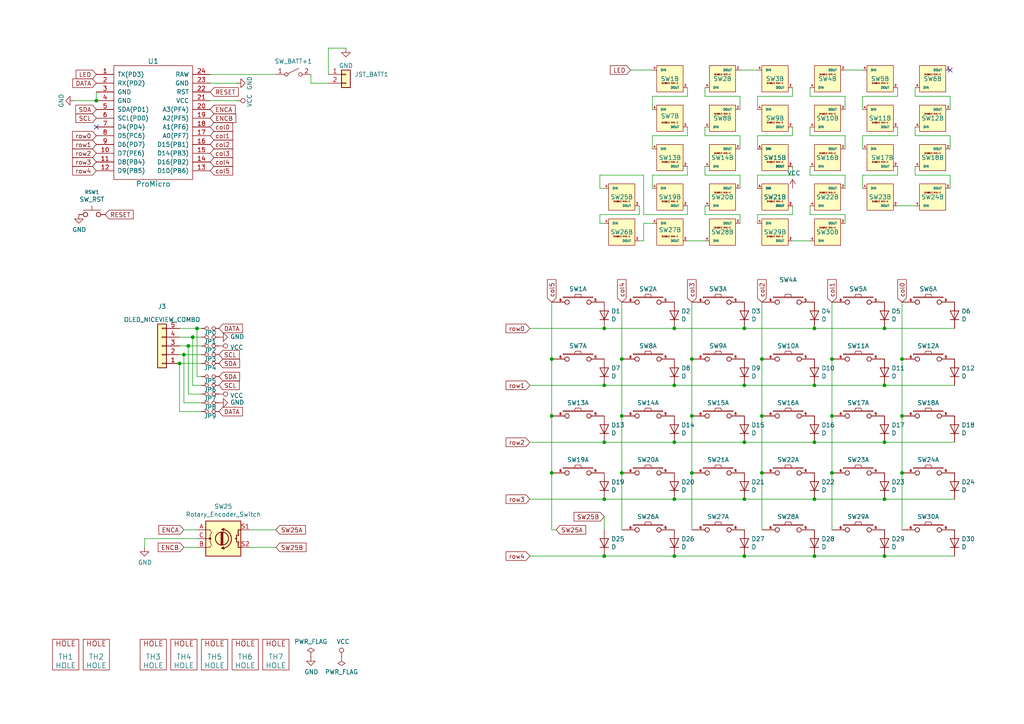
<source format=kicad_sch>
(kicad_sch (version 20211123) (generator eeschema)
  (paper "A4")
  (junction (at 195.58 144.78))
  (junction (at 175.26 111.76))
  (junction (at 175.26 161.29))
  (junction (at 215.9 144.78))
  (junction (at 200.66 137.16))
  (junction (at 195.58 161.29))
  (junction (at 180.34 104.14))
  (junction (at 241.3 104.14))
  (junction (at 236.22 128.27))
  (junction (at 256.54 128.27))
  (junction (at 54.61 100.33))
  (junction (at 256.54 111.76))
  (junction (at 180.34 137.16))
  (junction (at 180.34 120.65))
  (junction (at 27.94 29.21))
  (junction (at 57.15 95.25))
  (junction (at 195.58 111.76))
  (junction (at 175.26 128.27))
  (junction (at 195.58 128.27))
  (junction (at 52.07 105.41))
  (junction (at 195.58 95.25))
  (junction (at 160.02 104.14))
  (junction (at 236.22 111.76))
  (junction (at 215.9 128.27))
  (junction (at 261.62 120.65))
  (junction (at 256.54 161.29))
  (junction (at 160.02 120.65))
  (junction (at 261.62 137.16))
  (junction (at 215.9 161.29))
  (junction (at 53.34 102.87))
  (junction (at 220.98 137.16))
  (junction (at 55.88 97.79))
  (junction (at 241.3 137.16))
  (junction (at 236.22 95.25))
  (junction (at 261.62 104.14))
  (junction (at 215.9 111.76))
  (junction (at 200.66 120.65))
  (junction (at 256.54 95.25))
  (junction (at 236.22 161.29))
  (junction (at 175.26 144.78))
  (junction (at 256.54 144.78))
  (junction (at 220.98 120.65))
  (junction (at 160.02 137.16))
  (junction (at 220.98 104.14))
  (junction (at 236.22 144.78))
  (junction (at 175.26 95.25))
  (junction (at 241.3 120.65))
  (junction (at 200.66 104.14))
  (junction (at 215.9 95.25))
  (no_connect (at 27.94 36.83))
  (no_connect (at 275.59 20.32))
  (wire (pts (xy 54.61 114.3) (xy 58.42 114.3)))
  (wire (pts (xy 220.98 137.16) (xy 220.98 153.67)))
  (wire (pts (xy 265.43 27.94) (xy 265.43 25.4)))
  (wire (pts (xy 256.54 95.25) (xy 236.22 95.25)))
  (wire (pts (xy 185.42 59.69) (xy 185.42 62.23)))
  (wire (pts (xy 53.34 153.67) (xy 57.15 153.67)))
  (wire (pts (xy 229.87 69.85) (xy 234.95 69.85)))
  (wire (pts (xy 173.99 50.8) (xy 173.99 54.61)))
  (wire (pts (xy 234.95 50.8) (xy 234.95 48.26)))
  (wire (pts (xy 260.35 48.26) (xy 260.35 50.8)))
  (wire (pts (xy 180.34 120.65) (xy 180.34 137.16)))
  (wire (pts (xy 199.39 36.83) (xy 199.39 39.37)))
  (wire (pts (xy 175.26 111.76) (xy 153.67 111.76)))
  (wire (pts (xy 186.69 64.77) (xy 189.23 64.77)))
  (wire (pts (xy 219.71 27.94) (xy 219.71 31.75)))
  (wire (pts (xy 57.15 109.22) (xy 58.42 109.22)))
  (wire (pts (xy 214.63 31.75) (xy 214.63 27.94)))
  (wire (pts (xy 245.11 50.8) (xy 234.95 50.8)))
  (wire (pts (xy 256.54 128.27) (xy 276.86 128.27)))
  (wire (pts (xy 214.63 54.61) (xy 214.63 50.8)))
  (wire (pts (xy 214.63 20.32) (xy 219.71 20.32)))
  (wire (pts (xy 260.35 27.94) (xy 250.19 27.94)))
  (wire (pts (xy 245.11 54.61) (xy 245.11 50.8)))
  (wire (pts (xy 195.58 95.25) (xy 215.9 95.25)))
  (wire (pts (xy 275.59 31.75) (xy 275.59 27.94)))
  (wire (pts (xy 200.66 137.16) (xy 200.66 153.67)))
  (wire (pts (xy 57.15 95.25) (xy 57.15 109.22)))
  (wire (pts (xy 175.26 161.29) (xy 195.58 161.29)))
  (wire (pts (xy 186.69 62.23) (xy 186.69 50.8)))
  (wire (pts (xy 27.94 29.21) (xy 21.59 29.21)))
  (wire (pts (xy 90.17 24.13) (xy 95.25 24.13)))
  (wire (pts (xy 52.07 102.87) (xy 53.34 102.87)))
  (wire (pts (xy 229.87 39.37) (xy 219.71 39.37)))
  (wire (pts (xy 160.02 153.67) (xy 161.29 153.67)))
  (wire (pts (xy 160.02 87.63) (xy 160.02 104.14)))
  (wire (pts (xy 185.42 62.23) (xy 173.99 62.23)))
  (wire (pts (xy 55.88 97.79) (xy 55.88 111.76)))
  (wire (pts (xy 180.34 137.16) (xy 180.34 153.67)))
  (wire (pts (xy 275.59 43.18) (xy 275.59 39.37)))
  (wire (pts (xy 199.39 69.85) (xy 204.47 69.85)))
  (wire (pts (xy 72.39 158.75) (xy 80.01 158.75)))
  (wire (pts (xy 54.61 100.33) (xy 54.61 114.3)))
  (wire (pts (xy 214.63 50.8) (xy 204.47 50.8)))
  (wire (pts (xy 236.22 161.29) (xy 256.54 161.29)))
  (wire (pts (xy 236.22 128.27) (xy 256.54 128.27)))
  (wire (pts (xy 275.59 50.8) (xy 265.43 50.8)))
  (wire (pts (xy 173.99 64.77) (xy 175.26 64.77)))
  (wire (pts (xy 27.94 26.67) (xy 27.94 29.21)))
  (wire (pts (xy 199.39 62.23) (xy 186.69 62.23)))
  (wire (pts (xy 214.63 43.18) (xy 214.63 39.37)))
  (wire (pts (xy 215.9 95.25) (xy 236.22 95.25)))
  (wire (pts (xy 229.87 50.8) (xy 219.71 50.8)))
  (wire (pts (xy 234.95 39.37) (xy 234.95 36.83)))
  (wire (pts (xy 195.58 161.29) (xy 215.9 161.29)))
  (wire (pts (xy 260.35 39.37) (xy 250.19 39.37)))
  (wire (pts (xy 236.22 144.78) (xy 256.54 144.78)))
  (wire (pts (xy 250.19 39.37) (xy 250.19 43.18)))
  (wire (pts (xy 204.47 62.23) (xy 204.47 59.69)))
  (wire (pts (xy 245.11 20.32) (xy 250.19 20.32)))
  (wire (pts (xy 215.9 144.78) (xy 236.22 144.78)))
  (wire (pts (xy 160.02 120.65) (xy 160.02 137.16)))
  (wire (pts (xy 95.25 21.59) (xy 95.25 13.97)))
  (wire (pts (xy 219.71 50.8) (xy 219.71 54.61)))
  (wire (pts (xy 245.11 39.37) (xy 234.95 39.37)))
  (wire (pts (xy 220.98 87.63) (xy 220.98 104.14)))
  (wire (pts (xy 261.62 137.16) (xy 261.62 153.67)))
  (wire (pts (xy 215.9 111.76) (xy 236.22 111.76)))
  (wire (pts (xy 160.02 137.16) (xy 160.02 153.67)))
  (wire (pts (xy 52.07 97.79) (xy 55.88 97.79)))
  (wire (pts (xy 214.63 62.23) (xy 204.47 62.23)))
  (wire (pts (xy 185.42 69.85) (xy 186.69 69.85)))
  (wire (pts (xy 256.54 161.29) (xy 276.86 161.29)))
  (wire (pts (xy 52.07 119.38) (xy 58.42 119.38)))
  (wire (pts (xy 220.98 104.14) (xy 220.98 120.65)))
  (wire (pts (xy 236.22 111.76) (xy 256.54 111.76)))
  (wire (pts (xy 234.95 27.94) (xy 234.95 25.4)))
  (wire (pts (xy 261.62 120.65) (xy 261.62 137.16)))
  (wire (pts (xy 215.9 161.29) (xy 236.22 161.29)))
  (wire (pts (xy 275.59 27.94) (xy 265.43 27.94)))
  (wire (pts (xy 90.17 21.59) (xy 90.17 24.13)))
  (wire (pts (xy 256.54 111.76) (xy 276.86 111.76)))
  (wire (pts (xy 250.19 27.94) (xy 250.19 31.75)))
  (wire (pts (xy 199.39 25.4) (xy 199.39 27.94)))
  (wire (pts (xy 229.87 25.4) (xy 229.87 27.94)))
  (wire (pts (xy 60.96 24.13) (xy 68.58 24.13)))
  (wire (pts (xy 214.63 27.94) (xy 204.47 27.94)))
  (wire (pts (xy 215.9 128.27) (xy 236.22 128.27)))
  (wire (pts (xy 173.99 54.61) (xy 175.26 54.61)))
  (wire (pts (xy 220.98 120.65) (xy 220.98 137.16)))
  (wire (pts (xy 199.39 27.94) (xy 189.23 27.94)))
  (wire (pts (xy 175.26 128.27) (xy 153.67 128.27)))
  (wire (pts (xy 54.61 100.33) (xy 58.42 100.33)))
  (wire (pts (xy 245.11 43.18) (xy 245.11 39.37)))
  (wire (pts (xy 189.23 27.94) (xy 189.23 31.75)))
  (wire (pts (xy 245.11 62.23) (xy 234.95 62.23)))
  (wire (pts (xy 53.34 102.87) (xy 58.42 102.87)))
  (wire (pts (xy 72.39 153.67) (xy 80.01 153.67)))
  (wire (pts (xy 199.39 50.8) (xy 189.23 50.8)))
  (wire (pts (xy 52.07 105.41) (xy 58.42 105.41)))
  (wire (pts (xy 195.58 144.78) (xy 175.26 144.78)))
  (wire (pts (xy 195.58 111.76) (xy 215.9 111.76)))
  (wire (pts (xy 256.54 95.25) (xy 276.86 95.25)))
  (wire (pts (xy 275.59 39.37) (xy 265.43 39.37)))
  (wire (pts (xy 52.07 100.33) (xy 54.61 100.33)))
  (wire (pts (xy 204.47 50.8) (xy 204.47 48.26)))
  (wire (pts (xy 260.35 59.69) (xy 265.43 59.69)))
  (wire (pts (xy 250.19 50.8) (xy 250.19 54.61)))
  (wire (pts (xy 60.96 21.59) (xy 80.01 21.59)))
  (wire (pts (xy 214.63 64.77) (xy 214.63 62.23)))
  (wire (pts (xy 186.69 69.85) (xy 186.69 64.77)))
  (wire (pts (xy 260.35 25.4) (xy 260.35 27.94)))
  (wire (pts (xy 95.25 13.97) (xy 100.33 13.97)))
  (wire (pts (xy 219.71 62.23) (xy 219.71 64.77)))
  (wire (pts (xy 199.39 39.37) (xy 189.23 39.37)))
  (wire (pts (xy 186.69 50.8) (xy 173.99 50.8)))
  (wire (pts (xy 200.66 120.65) (xy 200.66 137.16)))
  (wire (pts (xy 52.07 95.25) (xy 57.15 95.25)))
  (wire (pts (xy 175.26 95.25) (xy 153.67 95.25)))
  (wire (pts (xy 175.26 149.86) (xy 175.26 153.67)))
  (wire (pts (xy 261.62 120.65) (xy 261.62 104.14)))
  (wire (pts (xy 189.23 39.37) (xy 189.23 43.18)))
  (wire (pts (xy 214.63 39.37) (xy 204.47 39.37)))
  (wire (pts (xy 175.26 144.78) (xy 153.67 144.78)))
  (wire (pts (xy 229.87 36.83) (xy 229.87 39.37)))
  (wire (pts (xy 195.58 128.27) (xy 175.26 128.27)))
  (wire (pts (xy 229.87 27.94) (xy 219.71 27.94)))
  (wire (pts (xy 182.88 20.32) (xy 189.23 20.32)))
  (wire (pts (xy 260.35 36.83) (xy 260.35 39.37)))
  (wire (pts (xy 180.34 87.63) (xy 180.34 104.14)))
  (wire (pts (xy 173.99 62.23) (xy 173.99 64.77)))
  (wire (pts (xy 195.58 111.76) (xy 175.26 111.76)))
  (wire (pts (xy 195.58 144.78) (xy 215.9 144.78)))
  (wire (pts (xy 60.96 29.21) (xy 68.58 29.21)))
  (wire (pts (xy 229.87 59.69) (xy 229.87 62.23)))
  (wire (pts (xy 53.34 102.87) (xy 53.34 116.84)))
  (wire (pts (xy 265.43 39.37) (xy 265.43 36.83)))
  (wire (pts (xy 256.54 144.78) (xy 276.86 144.78)))
  (wire (pts (xy 265.43 50.8) (xy 265.43 48.26)))
  (wire (pts (xy 261.62 104.14) (xy 261.62 87.63)))
  (wire (pts (xy 153.67 161.29) (xy 175.26 161.29)))
  (wire (pts (xy 195.58 95.25) (xy 175.26 95.25)))
  (wire (pts (xy 229.87 62.23) (xy 219.71 62.23)))
  (wire (pts (xy 57.15 156.21) (xy 41.91 156.21)))
  (wire (pts (xy 241.3 137.16) (xy 241.3 153.67)))
  (wire (pts (xy 241.3 87.63) (xy 241.3 104.14)))
  (wire (pts (xy 245.11 64.77) (xy 245.11 62.23)))
  (wire (pts (xy 55.88 97.79) (xy 58.42 97.79)))
  (wire (pts (xy 199.39 48.26) (xy 199.39 50.8)))
  (wire (pts (xy 275.59 54.61) (xy 275.59 50.8)))
  (wire (pts (xy 229.87 48.26) (xy 229.87 50.8)))
  (wire (pts (xy 53.34 158.75) (xy 57.15 158.75)))
  (wire (pts (xy 204.47 27.94) (xy 204.47 25.4)))
  (wire (pts (xy 160.02 104.14) (xy 160.02 120.65)))
  (wire (pts (xy 199.39 59.69) (xy 199.39 62.23)))
  (wire (pts (xy 180.34 104.14) (xy 180.34 120.65)))
  (wire (pts (xy 245.11 31.75) (xy 245.11 27.94)))
  (wire (pts (xy 53.34 116.84) (xy 58.42 116.84)))
  (wire (pts (xy 241.3 104.14) (xy 241.3 120.65)))
  (wire (pts (xy 219.71 39.37) (xy 219.71 43.18)))
  (wire (pts (xy 245.11 27.94) (xy 234.95 27.94)))
  (wire (pts (xy 41.91 156.21) (xy 41.91 158.75)))
  (wire (pts (xy 200.66 104.14) (xy 200.66 120.65)))
  (wire (pts (xy 241.3 137.16) (xy 241.3 120.65)))
  (wire (pts (xy 195.58 128.27) (xy 215.9 128.27)))
  (wire (pts (xy 234.95 62.23) (xy 234.95 59.69)))
  (wire (pts (xy 57.15 95.25) (xy 58.42 95.25)))
  (wire (pts (xy 55.88 111.76) (xy 58.42 111.76)))
  (wire (pts (xy 260.35 50.8) (xy 250.19 50.8)))
  (wire (pts (xy 52.07 105.41) (xy 52.07 119.38)))
  (wire (pts (xy 189.23 50.8) (xy 189.23 54.61)))
  (wire (pts (xy 200.66 87.63) (xy 200.66 104.14)))
  (wire (pts (xy 204.47 39.37) (xy 204.47 36.83)))
  (global_label "row1" (shape input) (at 27.94 41.91 180) (property "Intersheet References" "${INTERSHEET_REFS}" (effects hide)))
  (global_label "DATA" (shape input) (at 63.5 95.25 0) (property "Intersheet References" "${INTERSHEET_REFS}" (effects hide)))
  (global_label "SW25B" (shape input) (at 80.01 158.75 0) (property "Intersheet References" "${INTERSHEET_REFS}" (effects hide)))
  (global_label "row4" (shape input) (at 27.94 49.53 180) (property "Intersheet References" "${INTERSHEET_REFS}" (effects hide)))
  (global_label "col0" (shape input) (at 261.62 87.63 90) (property "Intersheet References" "${INTERSHEET_REFS}" (effects hide)))
  (global_label "col4" (shape input) (at 60.96 46.99 0) (property "Intersheet References" "${INTERSHEET_REFS}" (effects hide)))
  (global_label "row3" (shape input) (at 27.94 46.99 180) (property "Intersheet References" "${INTERSHEET_REFS}" (effects hide)))
  (global_label "col5" (shape input) (at 160.02 87.63 90) (property "Intersheet References" "${INTERSHEET_REFS}" (effects hide)))
  (global_label "SW25A" (shape input) (at 80.01 153.67 0) (property "Intersheet References" "${INTERSHEET_REFS}" (effects hide)))
  (global_label "RESET" (shape input) (at 30.48 62.23 0) (property "Intersheet References" "${INTERSHEET_REFS}" (effects hide)))
  (global_label "RESET" (shape input) (at 60.96 26.67 0) (property "Intersheet References" "${INTERSHEET_REFS}" (effects hide)))
  (global_label "SCL" (shape input) (at 27.94 34.29 180) (property "Intersheet References" "${INTERSHEET_REFS}" (effects hide)))
  (global_label "SCL" (shape input) (at 63.5 102.87 0) (property "Intersheet References" "${INTERSHEET_REFS}" (effects hide)))
  (global_label "row4" (shape input) (at 153.67 161.29 180) (property "Intersheet References" "${INTERSHEET_REFS}" (effects hide)))
  (global_label "SDA" (shape input) (at 27.94 31.75 180) (property "Intersheet References" "${INTERSHEET_REFS}" (effects hide)))
  (global_label "SDA" (shape input) (at 63.5 105.41 0) (property "Intersheet References" "${INTERSHEET_REFS}" (effects hide)))
  (global_label "SDA" (shape input) (at 63.5 109.22 0) (property "Intersheet References" "${INTERSHEET_REFS}" (effects hide)))
  (global_label "row2" (shape input) (at 153.67 128.27 180) (property "Intersheet References" "${INTERSHEET_REFS}" (effects hide)))
  (global_label "col1" (shape input) (at 241.3 87.63 90) (property "Intersheet References" "${INTERSHEET_REFS}" (effects hide)))
  (global_label "SW25A" (shape input) (at 161.29 153.67 0) (property "Intersheet References" "${INTERSHEET_REFS}" (effects hide)))
  (global_label "DATA" (shape input) (at 63.5 119.38 0) (property "Intersheet References" "${INTERSHEET_REFS}" (effects hide)))
  (global_label "col1" (shape input) (at 60.96 39.37 0) (property "Intersheet References" "${INTERSHEET_REFS}" (effects hide)))
  (global_label "col2" (shape input) (at 220.98 87.63 90) (property "Intersheet References" "${INTERSHEET_REFS}" (effects hide)))
  (global_label "col3" (shape input) (at 200.66 87.63 90) (property "Intersheet References" "${INTERSHEET_REFS}" (effects hide)))
  (global_label "ENCA" (shape input) (at 60.96 31.75 0) (property "Intersheet References" "${INTERSHEET_REFS}" (effects hide)))
  (global_label "col4" (shape input) (at 180.34 87.63 90) (property "Intersheet References" "${INTERSHEET_REFS}" (effects hide)))
  (global_label "col5" (shape input) (at 60.96 49.53 0) (property "Intersheet References" "${INTERSHEET_REFS}" (effects hide)))
  (global_label "col0" (shape input) (at 60.96 36.83 0) (property "Intersheet References" "${INTERSHEET_REFS}" (effects hide)))
  (global_label "LED" (shape input) (at 182.88 20.32 180) (property "Intersheet References" "${INTERSHEET_REFS}" (effects hide)))
  (global_label "DATA" (shape input) (at 27.94 24.13 180) (property "Intersheet References" "${INTERSHEET_REFS}" (effects hide)))
  (global_label "SCL" (shape input) (at 63.5 111.76 0) (property "Intersheet References" "${INTERSHEET_REFS}" (effects hide)))
  (global_label "row1" (shape input) (at 153.67 111.76 180) (property "Intersheet References" "${INTERSHEET_REFS}" (effects hide)))
  (global_label "ENCA" (shape input) (at 53.34 153.67 180) (property "Intersheet References" "${INTERSHEET_REFS}" (effects hide)))
  (global_label "ENCB" (shape input) (at 53.34 158.75 180) (property "Intersheet References" "${INTERSHEET_REFS}" (effects hide)))
  (global_label "col3" (shape input) (at 60.96 44.45 0) (property "Intersheet References" "${INTERSHEET_REFS}" (effects hide)))
  (global_label "row2" (shape input) (at 27.94 44.45 180) (property "Intersheet References" "${INTERSHEET_REFS}" (effects hide)))
  (global_label "row3" (shape input) (at 153.67 144.78 180) (property "Intersheet References" "${INTERSHEET_REFS}" (effects hide)))
  (global_label "row0" (shape input) (at 27.94 39.37 180) (property "Intersheet References" "${INTERSHEET_REFS}" (effects hide)))
  (global_label "col2" (shape input) (at 60.96 41.91 0) (property "Intersheet References" "${INTERSHEET_REFS}" (effects hide)))
  (global_label "ENCB" (shape input) (at 60.96 34.29 0) (property "Intersheet References" "${INTERSHEET_REFS}" (effects hide)))
  (global_label "row0" (shape input) (at 153.67 95.25 180) (property "Intersheet References" "${INTERSHEET_REFS}" (effects hide)))
  (global_label "LED" (shape input) (at 27.94 21.59 180) (property "Intersheet References" "${INTERSHEET_REFS}" (effects hide)))
  (global_label "SW25B" (shape input) (at 175.26 149.86 180) (property "Intersheet References" "${INTERSHEET_REFS}" (effects hide)))
  (symbol (lib_id "SofleKeyboard-rescue:ProMicro_2-Lily58-cache-Lily58_Pro-rescue") (at 44.45 35.56 0) (unit 1)
    (property "Reference" "U1" (at 44.45 17.78 0) (effects (font (size 1.524 1.524))))
    (property "Value" "ProMicro" (at 44.45 53.34 0) (effects (font (size 1.524 1.524))))
    (property "Footprint" "SofleKeyboard-footprint:ProMicro" (effects hide))
  )
  (symbol (lib_id "SofleKeyboard:SW_PUSH_LED") (at 187.96 153.67 0) (unit 1)
    (property "Reference" "SW26" (at 187.96 149.86 0))
    (property "Value" "SW_PUSH_LED" (effects hide))
    (property "Footprint" "SofleChoc:Choc_Hotswap_SK6812MiniE" (effects hide))
  )
  (symbol (lib_id "SofleKeyboard:SW_PUSH_LED") (at 167.64 87.63 0) (unit 1)
    (property "Reference" "SW1" (at 167.64 83.82 0))
    (property "Value" "SW_PUSH_LED" (effects hide))
    (property "Footprint" "SofleChoc:Choc_Hotswap_SK6812MiniE" (effects hide))
  )
  (symbol (lib_id "SofleKeyboard-rescue:D-Lily58-cache-Lily58_Pro-rescue") (at 175.26 91.44 90) (unit 1)
    (property "Reference" "D1" (at 177.2666 90.2716 90) (effects (justify right)))
    (property "Value" "D" (at 177.2666 92.583 90) (effects (justify right)))
    (property "Footprint" "Diode_SMD:crkbd-diode" (effects hide))
  )
  (symbol (lib_id "SofleKeyboard:SW_PUSH_LED") (at 187.96 87.63 0) (unit 1)
    (property "Reference" "SW2" (at 187.96 83.82 0))
    (property "Value" "SW_PUSH_LED" (effects hide))
    (property "Footprint" "SofleChoc:Choc_Hotswap_SK6812MiniE" (effects hide))
  )
  (symbol (lib_id "SofleKeyboard-rescue:D-Lily58-cache-Lily58_Pro-rescue") (at 195.58 91.44 90) (unit 1)
    (property "Reference" "D2" (at 197.5866 90.2716 90) (effects (justify right)))
    (property "Value" "D" (at 197.5866 92.583 90) (effects (justify right)))
    (property "Footprint" "Diode_SMD:crkbd-diode" (effects hide))
  )
  (symbol (lib_id "SofleKeyboard:SW_PUSH_LED") (at 208.28 87.63 0) (unit 1)
    (property "Reference" "SW3" (at 208.28 83.82 0))
    (property "Value" "SW_PUSH_LED" (effects hide))
    (property "Footprint" "SofleChoc:Choc_Hotswap_SK6812MiniE" (effects hide))
  )
  (symbol (lib_id "SofleKeyboard-rescue:D-Lily58-cache-Lily58_Pro-rescue") (at 215.9 91.44 90) (unit 1)
    (property "Reference" "D3" (at 217.9066 90.2716 90) (effects (justify right)))
    (property "Value" "D" (at 217.9066 92.583 90) (effects (justify right)))
    (property "Footprint" "Diode_SMD:crkbd-diode" (effects hide))
  )
  (symbol (lib_id "SofleKeyboard:SW_PUSH_LED") (at 228.6 87.63 0) (unit 1)
    (property "Reference" "SW4" (at 228.6 81.153 0))
    (property "Value" "SW_PUSH_LED" (effects hide))
    (property "Footprint" "SofleChoc:Choc_Hotswap_SK6812MiniE" (effects hide))
  )
  (symbol (lib_id "SofleKeyboard-rescue:D-Lily58-cache-Lily58_Pro-rescue") (at 236.22 91.44 90) (unit 1)
    (property "Reference" "D4" (at 238.2266 90.2716 90) (effects (justify right)))
    (property "Value" "D" (at 238.2266 92.583 90) (effects (justify right)))
    (property "Footprint" "Diode_SMD:crkbd-diode" (effects hide))
  )
  (symbol (lib_id "SofleKeyboard:SW_PUSH_LED") (at 248.92 87.63 0) (unit 1)
    (property "Reference" "SW5" (at 248.92 83.82 0))
    (property "Value" "SW_PUSH_LED" (effects hide))
    (property "Footprint" "SofleChoc:Choc_Hotswap_SK6812MiniE" (effects hide))
  )
  (symbol (lib_id "SofleKeyboard-rescue:D-Lily58-cache-Lily58_Pro-rescue") (at 256.54 91.44 90) (unit 1)
    (property "Reference" "D5" (at 258.5466 90.2716 90) (effects (justify right)))
    (property "Value" "D" (at 258.5466 92.583 90) (effects (justify right)))
    (property "Footprint" "Diode_SMD:crkbd-diode" (effects hide))
  )
  (symbol (lib_id "SofleKeyboard:SW_PUSH_LED") (at 269.24 87.63 0) (unit 1)
    (property "Reference" "SW6" (at 269.24 83.82 0))
    (property "Value" "SW_PUSH_LED" (effects hide))
    (property "Footprint" "SofleChoc:Choc_Hotswap_SK6812MiniE" (effects hide))
  )
  (symbol (lib_id "SofleKeyboard-rescue:D-Lily58-cache-Lily58_Pro-rescue") (at 276.86 91.44 90) (unit 1)
    (property "Reference" "D6" (at 278.8666 90.2716 90) (effects (justify right)))
    (property "Value" "D" (at 278.8666 92.583 90) (effects (justify right)))
    (property "Footprint" "Diode_SMD:crkbd-diode" (effects hide))
  )
  (symbol (lib_id "SofleKeyboard:SW_PUSH_LED") (at 187.96 104.14 0) (unit 1)
    (property "Reference" "SW8" (at 187.96 100.33 0))
    (property "Value" "SW_PUSH_LED" (effects hide))
    (property "Footprint" "SofleChoc:Choc_Hotswap_SK6812MiniE" (effects hide))
  )
  (symbol (lib_id "SofleKeyboard:SW_PUSH_LED") (at 208.28 104.14 0) (unit 1)
    (property "Reference" "SW9" (at 208.28 100.33 0))
    (property "Value" "SW_PUSH_LED" (effects hide))
    (property "Footprint" "SofleChoc:Choc_Hotswap_SK6812MiniE" (effects hide))
  )
  (symbol (lib_id "SofleKeyboard:SW_PUSH_LED") (at 228.6 104.14 0) (unit 1)
    (property "Reference" "SW10" (at 228.6 100.33 0))
    (property "Value" "SW_PUSH_LED" (effects hide))
    (property "Footprint" "SofleChoc:Choc_Hotswap_SK6812MiniE" (effects hide))
  )
  (symbol (lib_id "SofleKeyboard:SW_PUSH_LED") (at 248.92 104.14 0) (unit 1)
    (property "Reference" "SW11" (at 248.92 100.33 0))
    (property "Value" "SW_PUSH_LED" (effects hide))
    (property "Footprint" "SofleChoc:Choc_Hotswap_SK6812MiniE" (effects hide))
  )
  (symbol (lib_id "SofleKeyboard:SW_PUSH_LED") (at 269.24 104.14 0) (unit 1)
    (property "Reference" "SW12" (at 269.24 100.33 0))
    (property "Value" "SW_PUSH_LED" (effects hide))
    (property "Footprint" "SofleChoc:Choc_Hotswap_SK6812MiniE" (effects hide))
  )
  (symbol (lib_id "SofleKeyboard:SW_PUSH_LED") (at 167.64 104.14 0) (unit 1)
    (property "Reference" "SW7" (at 167.64 100.33 0))
    (property "Value" "SW_PUSH_LED" (effects hide))
    (property "Footprint" "SofleChoc:Choc_Hotswap_SK6812MiniE" (effects hide))
  )
  (symbol (lib_id "SofleKeyboard-rescue:D-Lily58-cache-Lily58_Pro-rescue") (at 175.26 107.95 90) (unit 1)
    (property "Reference" "D7" (at 177.2666 106.7816 90) (effects (justify right)))
    (property "Value" "D" (at 177.2666 109.093 90) (effects (justify right)))
    (property "Footprint" "Diode_SMD:crkbd-diode" (effects hide))
  )
  (symbol (lib_id "SofleKeyboard-rescue:D-Lily58-cache-Lily58_Pro-rescue") (at 195.58 107.95 90) (unit 1)
    (property "Reference" "D8" (at 197.5866 106.7816 90) (effects (justify right)))
    (property "Value" "D" (at 197.5866 109.093 90) (effects (justify right)))
    (property "Footprint" "Diode_SMD:crkbd-diode" (effects hide))
  )
  (symbol (lib_id "SofleKeyboard-rescue:D-Lily58-cache-Lily58_Pro-rescue") (at 215.9 107.95 90) (unit 1)
    (property "Reference" "D9" (at 217.9066 106.7816 90) (effects (justify right)))
    (property "Value" "D" (at 217.9066 109.093 90) (effects (justify right)))
    (property "Footprint" "Diode_SMD:crkbd-diode" (effects hide))
  )
  (symbol (lib_id "SofleKeyboard-rescue:D-Lily58-cache-Lily58_Pro-rescue") (at 236.22 107.95 90) (unit 1)
    (property "Reference" "D10" (at 238.2266 106.7816 90) (effects (justify right)))
    (property "Value" "D" (at 238.2266 109.093 90) (effects (justify right)))
    (property "Footprint" "Diode_SMD:crkbd-diode" (effects hide))
  )
  (symbol (lib_id "SofleKeyboard-rescue:D-Lily58-cache-Lily58_Pro-rescue") (at 256.54 107.95 90) (unit 1)
    (property "Reference" "D11" (at 258.5466 106.7816 90) (effects (justify right)))
    (property "Value" "D" (at 258.5466 109.093 90) (effects (justify right)))
    (property "Footprint" "Diode_SMD:crkbd-diode" (effects hide))
  )
  (symbol (lib_id "SofleKeyboard-rescue:D-Lily58-cache-Lily58_Pro-rescue") (at 276.86 107.95 90) (unit 1)
    (property "Reference" "D12" (at 278.8666 106.7816 90) (effects (justify right)))
    (property "Value" "D" (at 278.8666 109.093 90) (effects (justify right)))
    (property "Footprint" "Diode_SMD:crkbd-diode" (effects hide))
  )
  (symbol (lib_id "SofleKeyboard:SW_PUSH_LED") (at 167.64 120.65 0) (unit 1)
    (property "Reference" "SW13" (at 167.64 116.84 0))
    (property "Value" "SW_PUSH_LED" (effects hide))
    (property "Footprint" "SofleChoc:Choc_Hotswap_SK6812MiniE" (effects hide))
  )
  (symbol (lib_id "SofleKeyboard:SW_PUSH_LED") (at 187.96 120.65 0) (unit 1)
    (property "Reference" "SW14" (at 187.96 116.84 0))
    (property "Value" "SW_PUSH_LED" (effects hide))
    (property "Footprint" "SofleChoc:Choc_Hotswap_SK6812MiniE" (effects hide))
  )
  (symbol (lib_id "SofleKeyboard:SW_PUSH_LED") (at 208.28 120.65 0) (unit 1)
    (property "Reference" "SW15" (at 208.28 116.84 0))
    (property "Value" "SW_PUSH_LED" (effects hide))
    (property "Footprint" "SofleChoc:Choc_Hotswap_SK6812MiniE" (effects hide))
  )
  (symbol (lib_id "SofleKeyboard:SW_PUSH_LED") (at 228.6 120.65 0) (unit 1)
    (property "Reference" "SW16" (at 228.6 116.84 0))
    (property "Value" "SW_PUSH_LED" (effects hide))
    (property "Footprint" "SofleChoc:Choc_Hotswap_SK6812MiniE" (effects hide))
  )
  (symbol (lib_id "SofleKeyboard:SW_PUSH_LED") (at 248.92 120.65 0) (unit 1)
    (property "Reference" "SW17" (at 248.92 116.84 0))
    (property "Value" "SW_PUSH_LED" (effects hide))
    (property "Footprint" "SofleChoc:Choc_Hotswap_SK6812MiniE" (effects hide))
  )
  (symbol (lib_id "SofleKeyboard:SW_PUSH_LED") (at 269.24 120.65 0) (unit 1)
    (property "Reference" "SW18" (at 269.24 116.84 0))
    (property "Value" "SW_PUSH_LED" (effects hide))
    (property "Footprint" "SofleChoc:Choc_Hotswap_SK6812MiniE" (effects hide))
  )
  (symbol (lib_id "SofleKeyboard-rescue:D-Lily58-cache-Lily58_Pro-rescue") (at 175.26 124.46 90) (unit 1)
    (property "Reference" "D13" (at 177.2666 123.2916 90) (effects (justify right)))
    (property "Value" "D" (at 177.2666 125.603 90) (effects (justify right)))
    (property "Footprint" "Diode_SMD:crkbd-diode" (effects hide))
  )
  (symbol (lib_id "SofleKeyboard-rescue:D-Lily58-cache-Lily58_Pro-rescue") (at 195.58 124.46 90) (unit 1)
    (property "Reference" "D14" (at 197.5866 123.2916 90) (effects (justify right)))
    (property "Value" "D" (at 197.5866 125.603 90) (effects (justify right)))
    (property "Footprint" "Diode_SMD:crkbd-diode" (effects hide))
  )
  (symbol (lib_id "SofleKeyboard-rescue:D-Lily58-cache-Lily58_Pro-rescue") (at 215.9 124.46 90) (unit 1)
    (property "Reference" "D15" (at 217.9066 123.2916 90) (effects (justify right)))
    (property "Value" "D" (at 217.9066 125.603 90) (effects (justify right)))
    (property "Footprint" "Diode_SMD:crkbd-diode" (effects hide))
  )
  (symbol (lib_id "SofleKeyboard-rescue:D-Lily58-cache-Lily58_Pro-rescue") (at 236.22 124.46 90) (unit 1)
    (property "Reference" "D16" (at 238.2266 123.2916 90) (effects (justify right)))
    (property "Value" "D" (at 238.2266 125.603 90) (effects (justify right)))
    (property "Footprint" "Diode_SMD:crkbd-diode" (effects hide))
  )
  (symbol (lib_id "SofleKeyboard-rescue:D-Lily58-cache-Lily58_Pro-rescue") (at 256.54 124.46 90) (unit 1)
    (property "Reference" "D17" (at 258.5466 123.2916 90) (effects (justify right)))
    (property "Value" "D" (at 258.5466 125.603 90) (effects (justify right)))
    (property "Footprint" "Diode_SMD:crkbd-diode" (effects hide))
  )
  (symbol (lib_id "SofleKeyboard-rescue:D-Lily58-cache-Lily58_Pro-rescue") (at 276.86 124.46 90) (unit 1)
    (property "Reference" "D18" (at 278.8666 123.2916 90) (effects (justify right)))
    (property "Value" "D" (at 278.8666 125.603 90) (effects (justify right)))
    (property "Footprint" "Diode_SMD:crkbd-diode" (effects hide))
  )
  (symbol (lib_id "SofleKeyboard:SW_PUSH_LED") (at 208.28 137.16 0) (unit 1)
    (property "Reference" "SW21" (at 208.28 133.35 0))
    (property "Value" "SW_PUSH_LED" (effects hide))
    (property "Footprint" "SofleChoc:Choc_Hotswap_SK6812MiniE" (effects hide))
  )
  (symbol (lib_id "SofleKeyboard:SW_PUSH_LED") (at 228.6 137.16 0) (unit 1)
    (property "Reference" "SW22" (at 228.6 133.35 0))
    (property "Value" "SW_PUSH_LED" (effects hide))
    (property "Footprint" "SofleChoc:Choc_Hotswap_SK6812MiniE" (effects hide))
  )
  (symbol (lib_id "SofleKeyboard:SW_PUSH_LED") (at 248.92 137.16 0) (unit 1)
    (property "Reference" "SW23" (at 248.92 133.35 0))
    (property "Value" "SW_PUSH_LED" (effects hide))
    (property "Footprint" "SofleChoc:Choc_Hotswap_SK6812MiniE" (effects hide))
  )
  (symbol (lib_id "SofleKeyboard:SW_PUSH_LED") (at 269.24 137.16 0) (unit 1)
    (property "Reference" "SW24" (at 269.24 133.35 0))
    (property "Value" "SW_PUSH_LED" (effects hide))
    (property "Footprint" "SofleChoc:Choc_Hotswap_SK6812MiniE" (effects hide))
  )
  (symbol (lib_id "SofleKeyboard:SW_PUSH_LED") (at 187.96 137.16 0) (unit 1)
    (property "Reference" "SW20" (at 187.96 133.35 0))
    (property "Value" "SW_PUSH_LED" (effects hide))
    (property "Footprint" "SofleChoc:Choc_Hotswap_SK6812MiniE" (effects hide))
  )
  (symbol (lib_id "SofleKeyboard:SW_PUSH_LED") (at 167.64 137.16 0) (unit 1)
    (property "Reference" "SW19" (at 167.64 133.35 0))
    (property "Value" "SW_PUSH_LED" (effects hide))
    (property "Footprint" "SofleChoc:Choc_Hotswap_SK6812MiniE" (effects hide))
  )
  (symbol (lib_id "SofleKeyboard-rescue:D-Lily58-cache-Lily58_Pro-rescue") (at 175.26 140.97 90) (unit 1)
    (property "Reference" "D19" (at 177.2666 139.8016 90) (effects (justify right)))
    (property "Value" "D" (at 177.2666 142.113 90) (effects (justify right)))
    (property "Footprint" "Diode_SMD:crkbd-diode" (effects hide))
  )
  (symbol (lib_id "SofleKeyboard-rescue:D-Lily58-cache-Lily58_Pro-rescue") (at 195.58 140.97 90) (unit 1)
    (property "Reference" "D20" (at 197.5866 139.8016 90) (effects (justify right)))
    (property "Value" "D" (at 197.5866 142.113 90) (effects (justify right)))
    (property "Footprint" "Diode_SMD:crkbd-diode" (effects hide))
  )
  (symbol (lib_id "SofleKeyboard-rescue:D-Lily58-cache-Lily58_Pro-rescue") (at 215.9 140.97 90) (unit 1)
    (property "Reference" "D21" (at 217.9066 139.8016 90) (effects (justify right)))
    (property "Value" "D" (at 217.9066 142.113 90) (effects (justify right)))
    (property "Footprint" "Diode_SMD:crkbd-diode" (effects hide))
  )
  (symbol (lib_id "SofleKeyboard-rescue:D-Lily58-cache-Lily58_Pro-rescue") (at 236.22 140.97 90) (unit 1)
    (property "Reference" "D22" (at 238.2266 139.8016 90) (effects (justify right)))
    (property "Value" "D" (at 238.2266 142.113 90) (effects (justify right)))
    (property "Footprint" "Diode_SMD:crkbd-diode" (effects hide))
  )
  (symbol (lib_id "SofleKeyboard-rescue:D-Lily58-cache-Lily58_Pro-rescue") (at 256.54 140.97 90) (unit 1)
    (property "Reference" "D23" (at 258.5466 139.8016 90) (effects (justify right)))
    (property "Value" "D" (at 258.5466 142.113 90) (effects (justify right)))
    (property "Footprint" "Diode_SMD:crkbd-diode" (effects hide))
  )
  (symbol (lib_id "SofleKeyboard-rescue:D-Lily58-cache-Lily58_Pro-rescue") (at 276.86 140.97 90) (unit 1)
    (property "Reference" "D24" (at 278.8666 139.8016 90) (effects (justify right)))
    (property "Value" "D" (at 278.8666 142.113 90) (effects (justify right)))
    (property "Footprint" "Diode_SMD:crkbd-diode" (effects hide))
  )
  (symbol (lib_id "SofleKeyboard:SW_PUSH_LED") (at 208.28 153.67 0) (unit 1)
    (property "Reference" "SW27" (at 208.28 149.86 0))
    (property "Value" "SW_PUSH_LED" (effects hide))
    (property "Footprint" "SofleChoc:Choc_Hotswap_SK6812MiniE" (effects hide))
  )
  (symbol (lib_id "SofleKeyboard:SW_PUSH_LED") (at 228.6 153.67 0) (unit 1)
    (property "Reference" "SW28" (at 228.6 149.86 0))
    (property "Value" "SW_PUSH_LED" (effects hide))
    (property "Footprint" "SofleChoc:Choc_Hotswap_SK6812MiniE" (effects hide))
  )
  (symbol (lib_id "SofleKeyboard:SW_PUSH_LED") (at 248.92 153.67 0) (unit 1)
    (property "Reference" "SW29" (at 248.92 149.86 0))
    (property "Value" "SW_PUSH_LED" (effects hide))
    (property "Footprint" "SofleChoc:Choc_Hotswap_SK6812MiniE" (effects hide))
  )
  (symbol (lib_id "SofleKeyboard-rescue:D-Lily58-cache-Lily58_Pro-rescue") (at 175.26 157.48 90) (unit 1)
    (property "Reference" "D25" (at 177.2666 156.3116 90) (effects (justify right)))
    (property "Value" "D" (at 177.2666 158.623 90) (effects (justify right)))
    (property "Footprint" "Diode_SMD:crkbd-diode" (effects hide))
  )
  (symbol (lib_id "SofleKeyboard-rescue:D-Lily58-cache-Lily58_Pro-rescue") (at 195.58 157.48 90) (unit 1)
    (property "Reference" "D26" (at 197.5866 156.3116 90) (effects (justify right)))
    (property "Value" "D" (at 197.5866 158.623 90) (effects (justify right)))
    (property "Footprint" "Diode_SMD:crkbd-diode" (effects hide))
  )
  (symbol (lib_id "SofleKeyboard-rescue:D-Lily58-cache-Lily58_Pro-rescue") (at 215.9 157.48 90) (unit 1)
    (property "Reference" "D27" (at 217.9066 156.3116 90) (effects (justify right)))
    (property "Value" "D" (at 217.9066 158.623 90) (effects (justify right)))
    (property "Footprint" "Diode_SMD:crkbd-diode" (effects hide))
  )
  (symbol (lib_id "SofleKeyboard-rescue:D-Lily58-cache-Lily58_Pro-rescue") (at 236.22 157.48 90) (unit 1)
    (property "Reference" "D28" (at 238.2266 156.3116 90) (effects (justify right)))
    (property "Value" "D" (at 238.2266 158.623 90) (effects (justify right)))
    (property "Footprint" "Diode_SMD:crkbd-diode" (effects hide))
  )
  (symbol (lib_id "SofleKeyboard-rescue:D-Lily58-cache-Lily58_Pro-rescue") (at 256.54 157.48 90) (unit 1)
    (property "Reference" "D29" (at 258.5466 156.3116 90) (effects (justify right)))
    (property "Value" "D" (at 258.5466 158.623 90) (effects (justify right)))
    (property "Footprint" "Diode_SMD:crkbd-diode" (effects hide))
  )
  (symbol (lib_id "SofleKeyboard-rescue:VCC-Lily58-cache-Lily58_Pro-rescue") (at 68.58 29.21 270) (unit 1)
    (property "Reference" "#PWR04" (effects hide))
    (property "Value" "VCC" (at 72.39 29.21 0))
  )
  (symbol (lib_id "SofleKeyboard-rescue:GND-Lily58-cache-Lily58_Pro-rescue") (at 22.86 62.23 0) (unit 1)
    (property "Reference" "#PWR010" (effects hide))
    (property "Value" "GND" (at 22.987 66.6242 0))
  )
  (symbol (lib_id "SofleKeyboard-rescue:PWR_FLAG-Lily58-cache-Lily58_Pro-rescue") (at 90.17 190.5 0) (unit 1)
    (property "Reference" "#FLG01" (effects hide))
    (property "Value" "PWR_FLAG" (at 90.17 186.0804 0))
  )
  (symbol (lib_id "SofleKeyboard-rescue:GND-Lily58-cache-Lily58_Pro-rescue") (at 90.17 190.5 0) (unit 1)
    (property "Reference" "#PWR012" (effects hide))
    (property "Value" "GND" (at 90.297 194.8942 0))
  )
  (symbol (lib_id "SofleKeyboard-rescue:VCC-Lily58-cache-Lily58_Pro-rescue") (at 99.06 190.5 0) (unit 1)
    (property "Reference" "#PWR013" (effects hide))
    (property "Value" "VCC" (at 99.4918 186.1058 0))
  )
  (symbol (lib_id "SofleKeyboard-rescue:PWR_FLAG-Lily58-cache-Lily58_Pro-rescue") (at 99.06 190.5 180) (unit 1)
    (property "Reference" "#FLG02" (effects hide))
    (property "Value" "PWR_FLAG" (at 99.06 194.8942 0))
  )
  (symbol (lib_id "SofleKeyboard-rescue:HOLE-Lily58-cache-Lily58_Pro-rescue") (at 19.05 190.5 0) (unit 1)
    (property "Reference" "TH1" (at 19.05 190.5 0) (effects (font (size 1.524 1.524))))
    (property "Value" "HOLE" (at 19.05 193.04 0) (effects (font (size 1.524 1.524))))
    (property "Footprint" "SofleKeyboard-footprint:M2_HOLE_PCB" (effects hide))
  )
  (symbol (lib_id "SofleKeyboard-rescue:HOLE-Lily58-cache-Lily58_Pro-rescue") (at 27.94 190.5 0) (unit 1)
    (property "Reference" "TH2" (at 27.94 190.5 0) (effects (font (size 1.524 1.524))))
    (property "Value" "HOLE" (at 27.94 193.04 0) (effects (font (size 1.524 1.524))))
    (property "Footprint" "SofleKeyboard-footprint:M2_HOLE_PCB" (effects hide))
  )
  (symbol (lib_id "SofleKeyboard-rescue:HOLE-Lily58-cache-Lily58_Pro-rescue") (at 53.34 190.5 0) (unit 1)
    (property "Reference" "TH4" (at 53.34 190.5 0) (effects (font (size 1.524 1.524))))
    (property "Value" "HOLE" (at 53.34 193.04 0) (effects (font (size 1.524 1.524))))
    (property "Footprint" "SofleKeyboard-footprint:HOLE_M2_TH" (effects hide))
  )
  (symbol (lib_id "SofleKeyboard-rescue:HOLE-Lily58-cache-Lily58_Pro-rescue") (at 62.23 190.5 0) (unit 1)
    (property "Reference" "TH5" (at 62.23 190.5 0) (effects (font (size 1.524 1.524))))
    (property "Value" "HOLE" (at 62.23 193.04 0) (effects (font (size 1.524 1.524))))
    (property "Footprint" "SofleKeyboard-footprint:HOLE_M2_TH" (effects hide))
  )
  (symbol (lib_id "SofleKeyboard-rescue:HOLE-Lily58-cache-Lily58_Pro-rescue") (at 71.12 190.5 0) (unit 1)
    (property "Reference" "TH6" (at 71.12 190.5 0) (effects (font (size 1.524 1.524))))
    (property "Value" "HOLE" (at 71.12 193.04 0) (effects (font (size 1.524 1.524))))
    (property "Footprint" "SofleKeyboard-footprint:HOLE_M2_TH" (effects hide))
  )
  (symbol (lib_id "SofleKeyboard-rescue:HOLE-Lily58-cache-Lily58_Pro-rescue") (at 80.01 190.5 0) (unit 1)
    (property "Reference" "TH7" (at 80.01 190.5 0) (effects (font (size 1.524 1.524))))
    (property "Value" "HOLE" (at 80.01 193.04 0) (effects (font (size 1.524 1.524))))
    (property "Footprint" "SofleKeyboard-footprint:HOLE_M2_TH" (effects hide))
  )
  (symbol (lib_id "SofleKeyboard-rescue:HOLE-Lily58-cache-Lily58_Pro-rescue") (at 44.45 190.5 0) (unit 1)
    (property "Reference" "TH3" (at 44.45 190.5 0) (effects (font (size 1.524 1.524))))
    (property "Value" "HOLE" (at 44.45 193.04 0) (effects (font (size 1.524 1.524))))
    (property "Footprint" "SofleKeyboard-footprint:HOLE_M2_TH" (effects hide))
  )
  (symbol (lib_id "SofleKeyboard-rescue:GND-Lily58-cache-Lily58_Pro-rescue") (at 68.58 24.13 90) (unit 1)
    (property "Reference" "#PWR0101" (effects hide))
    (property "Value" "GND" (at 72.39 24.13 0))
  )
  (symbol (lib_id "SofleKeyboard-rescue:GND-Lily58-cache-Lily58_Pro-rescue") (at 21.59 29.21 270) (unit 1)
    (property "Reference" "#PWR0102" (effects hide))
    (property "Value" "GND" (at 17.78 29.21 0))
  )
  (symbol (lib_id "SofleKeyboard-rescue:SW_RST-Lily58-cache-Lily58_Pro-rescue") (at 26.67 62.23 0) (unit 1)
    (property "Reference" "RSW1" (at 26.67 55.7276 0) (effects (font (size 1.016 1.016))))
    (property "Value" "SW_RST" (at 26.67 57.8358 0))
    (property "Footprint" "SofleKeyboard-footprint:TACT_SWITCH_TVBP06" (effects hide))
  )
  (symbol (lib_id "SofleKeyboard:SW_PUSH_LED") (at 269.24 153.67 0) (unit 1)
    (property "Reference" "SW30" (at 269.24 149.86 0))
    (property "Value" "SW_PUSH_LED" (effects hide))
    (property "Footprint" "SofleChoc:Choc_Hotswap_SK6812MiniE" (effects hide))
  )
  (symbol (lib_id "SofleKeyboard-rescue:D-Lily58-cache-Lily58_Pro-rescue") (at 276.86 157.48 90) (unit 1)
    (property "Reference" "D30" (at 278.8666 156.3116 90) (effects (justify right)))
    (property "Value" "D" (at 278.8666 158.623 90) (effects (justify right)))
    (property "Footprint" "Diode_SMD:crkbd-diode" (effects hide))
  )
  (symbol (lib_id "SofleKeyboard-rescue:Rotary_Encoder_Switch-Device") (at 64.77 156.21 0) (unit 1)
    (property "Reference" "SW25" (at 64.77 146.8882 0))
    (property "Value" "Rotary_Encoder_Switch" (at 64.77 149.1996 0))
    (property "Footprint" "SofleKeyboard-footprint:RotaryEncoder_Alps_EC11E-Switch_Vertical_H20mm-keebio_modified" (effects hide))
  )
  (symbol (lib_id "SofleKeyboard-rescue:GND-power") (at 41.91 158.75 0) (unit 1)
    (property "Reference" "#PWR0103" (effects hide))
    (property "Value" "GND" (at 42.037 163.1442 0))
  )
  (symbol (lib_id "SofleKeyboard:SW_PUSH_LED") (at 194.31 22.86 0) (mirror y) (unit 2)
    (property "Reference" "SW1" (at 194.31 22.86 0))
    (property "Value" "SW_PUSH_LED" (effects hide))
    (property "Footprint" "SofleChoc:Choc_Hotswap_SK6812MiniE" (effects hide))
  )
  (symbol (lib_id "SofleKeyboard:SW_PUSH_LED") (at 209.55 22.86 180) (unit 2)
    (property "Reference" "SW2" (at 209.55 22.86 0))
    (property "Value" "SW_PUSH_LED" (effects hide))
    (property "Footprint" "SofleChoc:Choc_Hotswap_SK6812MiniE" (effects hide))
  )
  (symbol (lib_id "SofleKeyboard:SW_PUSH_LED") (at 224.79 22.86 0) (mirror y) (unit 2)
    (property "Reference" "SW3" (at 224.79 22.86 0))
    (property "Value" "SW_PUSH_LED" (effects hide))
    (property "Footprint" "SofleChoc:Choc_Hotswap_SK6812MiniE" (effects hide))
  )
  (symbol (lib_id "SofleKeyboard:SW_PUSH_LED") (at 240.03 22.86 180) (unit 2)
    (property "Reference" "SW4" (at 240.03 22.86 0))
    (property "Value" "SW_PUSH_LED" (effects hide))
    (property "Footprint" "SofleChoc:Choc_Hotswap_SK6812MiniE" (effects hide))
  )
  (symbol (lib_id "SofleKeyboard:SW_PUSH_LED") (at 255.27 22.86 0) (mirror y) (unit 2)
    (property "Reference" "SW5" (at 255.27 22.86 0))
    (property "Value" "SW_PUSH_LED" (effects hide))
    (property "Footprint" "SofleChoc:Choc_Hotswap_SK6812MiniE" (effects hide))
  )
  (symbol (lib_id "SofleKeyboard:SW_PUSH_LED") (at 270.51 22.86 180) (unit 2)
    (property "Reference" "SW6" (at 270.51 22.86 0))
    (property "Value" "SW_PUSH_LED" (effects hide))
    (property "Footprint" "SofleChoc:Choc_Hotswap_SK6812MiniE" (effects hide))
  )
  (symbol (lib_id "SofleKeyboard:SW_PUSH_LED") (at 194.31 34.29 0) (mirror y) (unit 2)
    (property "Reference" "SW7" (at 194.31 33.655 0))
    (property "Value" "SW_PUSH_LED" (effects hide))
    (property "Footprint" "SofleChoc:Choc_Hotswap_SK6812MiniE" (effects hide))
  )
  (symbol (lib_id "SofleKeyboard:SW_PUSH_LED") (at 209.55 34.29 180) (unit 2)
    (property "Reference" "SW8" (at 209.55 34.29 0))
    (property "Value" "SW_PUSH_LED" (effects hide))
    (property "Footprint" "SofleChoc:Choc_Hotswap_SK6812MiniE" (effects hide))
  )
  (symbol (lib_id "SofleKeyboard:SW_PUSH_LED") (at 224.79 34.29 0) (mirror y) (unit 2)
    (property "Reference" "SW9" (at 224.79 34.29 0))
    (property "Value" "SW_PUSH_LED" (effects hide))
    (property "Footprint" "SofleChoc:Choc_Hotswap_SK6812MiniE" (effects hide))
  )
  (symbol (lib_id "SofleKeyboard:SW_PUSH_LED") (at 240.03 34.29 180) (unit 2)
    (property "Reference" "SW10" (at 240.03 34.29 0))
    (property "Value" "SW_PUSH_LED" (effects hide))
    (property "Footprint" "SofleChoc:Choc_Hotswap_SK6812MiniE" (effects hide))
  )
  (symbol (lib_id "SofleKeyboard:SW_PUSH_LED") (at 255.27 34.29 0) (mirror y) (unit 2)
    (property "Reference" "SW11" (at 255.27 34.29 0))
    (property "Value" "SW_PUSH_LED" (effects hide))
    (property "Footprint" "SofleChoc:Choc_Hotswap_SK6812MiniE" (effects hide))
  )
  (symbol (lib_id "SofleKeyboard:SW_PUSH_LED") (at 270.51 34.29 180) (unit 2)
    (property "Reference" "SW12" (at 270.51 34.29 0))
    (property "Value" "SW_PUSH_LED" (effects hide))
    (property "Footprint" "SofleChoc:Choc_Hotswap_SK6812MiniE" (effects hide))
  )
  (symbol (lib_id "SofleKeyboard:SW_PUSH_LED") (at 270.51 57.15 180) (unit 2)
    (property "Reference" "SW24" (at 270.51 57.15 0))
    (property "Value" "SW_PUSH_LED" (effects hide))
    (property "Footprint" "SofleChoc:Choc_Hotswap_SK6812MiniE" (effects hide))
  )
  (symbol (lib_id "SofleKeyboard:SW_PUSH_LED") (at 255.27 57.15 0) (mirror y) (unit 2)
    (property "Reference" "SW23" (at 255.27 57.15 0))
    (property "Value" "SW_PUSH_LED" (effects hide))
    (property "Footprint" "SofleChoc:Choc_Hotswap_SK6812MiniE" (effects hide))
  )
  (symbol (lib_id "SofleKeyboard:SW_PUSH_LED") (at 240.03 57.15 180) (unit 2)
    (property "Reference" "SW22" (at 240.03 57.15 0))
    (property "Value" "SW_PUSH_LED" (effects hide))
    (property "Footprint" "SofleChoc:Choc_Hotswap_SK6812MiniE" (effects hide))
  )
  (symbol (lib_id "SofleKeyboard:SW_PUSH_LED") (at 224.79 57.15 0) (mirror y) (unit 2)
    (property "Reference" "SW21" (at 224.79 57.15 0))
    (property "Value" "SW_PUSH_LED" (effects hide))
    (property "Footprint" "SofleChoc:Choc_Hotswap_SK6812MiniE" (effects hide))
  )
  (symbol (lib_id "SofleKeyboard:SW_PUSH_LED") (at 209.55 57.15 180) (unit 2)
    (property "Reference" "SW20" (at 209.55 57.15 0))
    (property "Value" "SW_PUSH_LED" (effects hide))
    (property "Footprint" "SofleChoc:Choc_Hotswap_SK6812MiniE" (effects hide))
  )
  (symbol (lib_id "SofleKeyboard:SW_PUSH_LED") (at 194.31 57.15 0) (mirror y) (unit 2)
    (property "Reference" "SW19" (at 194.31 57.15 0))
    (property "Value" "SW_PUSH_LED" (effects hide))
    (property "Footprint" "SofleChoc:Choc_Hotswap_SK6812MiniE" (effects hide))
  )
  (symbol (lib_id "SofleKeyboard:SW_PUSH_LED") (at 270.51 45.72 180) (unit 2)
    (property "Reference" "SW18" (at 270.51 45.72 0))
    (property "Value" "SW_PUSH_LED" (effects hide))
    (property "Footprint" "SofleChoc:Choc_Hotswap_SK6812MiniE" (effects hide))
  )
  (symbol (lib_id "SofleKeyboard:SW_PUSH_LED") (at 255.27 45.72 0) (mirror y) (unit 2)
    (property "Reference" "SW17" (at 255.905 45.72 0))
    (property "Value" "SW_PUSH_LED" (effects hide))
    (property "Footprint" "SofleChoc:Choc_Hotswap_SK6812MiniE" (effects hide))
  )
  (symbol (lib_id "SofleKeyboard:SW_PUSH_LED") (at 240.03 45.72 180) (unit 2)
    (property "Reference" "SW16" (at 240.03 45.72 0))
    (property "Value" "SW_PUSH_LED" (effects hide))
    (property "Footprint" "SofleChoc:Choc_Hotswap_SK6812MiniE" (effects hide))
  )
  (symbol (lib_id "SofleKeyboard:SW_PUSH_LED") (at 224.79 45.72 0) (mirror y) (unit 2)
    (property "Reference" "SW15" (at 224.79 45.72 0))
    (property "Value" "SW_PUSH_LED" (effects hide))
    (property "Footprint" "SofleChoc:Choc_Hotswap_SK6812MiniE" (effects hide))
  )
  (symbol (lib_id "SofleKeyboard:SW_PUSH_LED") (at 209.55 45.72 180) (unit 2)
    (property "Reference" "SW14" (at 209.55 45.72 0))
    (property "Value" "SW_PUSH_LED" (effects hide))
    (property "Footprint" "SofleChoc:Choc_Hotswap_SK6812MiniE" (effects hide))
  )
  (symbol (lib_id "SofleKeyboard:SW_PUSH_LED") (at 194.31 45.72 0) (mirror y) (unit 2)
    (property "Reference" "SW13" (at 194.31 45.72 0))
    (property "Value" "SW_PUSH_LED" (effects hide))
    (property "Footprint" "SofleChoc:Choc_Hotswap_SK6812MiniE" (effects hide))
  )
  (symbol (lib_id "SofleKeyboard:SW_PUSH_LED") (at 224.79 67.31 0) (mirror y) (unit 2)
    (property "Reference" "SW29" (at 224.79 67.31 0))
    (property "Value" "SW_PUSH_LED" (effects hide))
    (property "Footprint" "SofleChoc:Choc_Hotswap_SK6812MiniE" (effects hide))
  )
  (symbol (lib_id "SofleKeyboard:SW_PUSH_LED") (at 209.55 67.31 180) (unit 2)
    (property "Reference" "SW28" (at 209.55 67.31 0))
    (property "Value" "SW_PUSH_LED" (effects hide))
    (property "Footprint" "SofleChoc:Choc_Hotswap_SK6812MiniE" (effects hide))
  )
  (symbol (lib_id "SofleKeyboard:SW_PUSH_LED") (at 194.31 67.31 0) (mirror y) (unit 2)
    (property "Reference" "SW27" (at 194.31 66.675 0))
    (property "Value" "SW_PUSH_LED" (effects hide))
    (property "Footprint" "SofleChoc:Choc_Hotswap_SK6812MiniE" (effects hide))
  )
  (symbol (lib_id "SofleKeyboard:SW_PUSH_LED") (at 180.34 67.31 0) (mirror y) (unit 2)
    (property "Reference" "SW26" (at 180.34 67.31 0))
    (property "Value" "SW_PUSH_LED" (effects hide))
    (property "Footprint" "SofleChoc:Choc_Hotswap_SK6812MiniE" (effects hide))
  )
  (symbol (lib_id "SofleKeyboard:SW_PUSH_LED") (at 240.03 67.31 180) (unit 2)
    (property "Reference" "SW30" (at 240.03 67.31 0))
    (property "Value" "SW_PUSH_LED" (effects hide))
    (property "Footprint" "SofleChoc:Choc_Hotswap_SK6812MiniE" (effects hide))
  )
  (symbol (lib_id "power:VCC") (at 229.87 54.61 0) (unit 1)
    (property "Reference" "#PWR0104" (effects hide))
    (property "Value" "VCC" (at 230.251 50.2158 0))
  )
  (symbol (lib_id "SofleKeyboard-rescue:Jumper_NO_Small-Device") (at 60.96 109.22 0) (unit 1)
    (property "Reference" "JP5" (at 60.96 110.49 0))
    (property "Value" "Jumper_NO_Small" (effects hide))
    (property "Footprint" "SofleKeyboard-footprint:Jumper" (effects hide))
  )
  (symbol (lib_id "SofleKeyboard-rescue:Jumper_NO_Small-Device") (at 60.96 102.87 0) (unit 1)
    (property "Reference" "JP3" (at 60.96 104.14 0))
    (property "Value" "Jumper_NO_Small" (effects hide))
    (property "Footprint" "SofleKeyboard-footprint:Jumper" (effects hide))
  )
  (symbol (lib_id "SofleKeyboard-rescue:Jumper_NO_Small-Device") (at 60.96 95.25 0) (unit 1)
    (property "Reference" "JP0" (at 60.96 96.52 0))
    (property "Value" "Jumper_NO_Small" (effects hide))
    (property "Footprint" "SofleKeyboard-footprint:Jumper" (effects hide))
  )
  (symbol (lib_id "SofleKeyboard-rescue:Jumper_NO_Small-Device") (at 60.96 105.41 0) (unit 1)
    (property "Reference" "JP4" (at 60.96 106.68 0))
    (property "Value" "Jumper_NO_Small" (effects hide))
    (property "Footprint" "SofleKeyboard-footprint:Jumper" (effects hide))
  )
  (symbol (lib_id "SofleKeyboard-rescue:Jumper_NO_Small-Device") (at 60.96 97.79 0) (unit 1)
    (property "Reference" "JP1" (at 60.96 99.06 0))
    (property "Value" "Jumper_NO_Small" (effects hide))
    (property "Footprint" "SofleKeyboard-footprint:Jumper" (effects hide))
  )
  (symbol (lib_id "SofleKeyboard:SW_PUSH_LED") (at 180.34 57.15 0) (mirror y) (unit 2)
    (property "Reference" "SW25" (at 180.34 57.15 0))
    (property "Value" "Rotary_Encoder_Switch" (effects hide))
    (property "Footprint" "SofleChoc:Kailh-PG1350-1u-reversible-SK6812MiniE" (effects hide))
  )
  (symbol (lib_id "SofleKeyboard-rescue:Jumper_NO_Small-Device") (at 60.96 111.76 0) (unit 1)
    (property "Reference" "JP6" (at 60.96 113.03 0))
    (property "Value" "Jumper_NO_Small" (effects hide))
    (property "Footprint" "SofleKeyboard-footprint:Jumper" (effects hide))
  )
  (symbol (lib_id "Switch:SW_SPST") (at 85.09 21.59 0) (unit 1)
    (property "Reference" "SW_BATT+1" (at 85.09 17.78 0))
    (property "Value" "SW_SPST" (effects hide))
    (property "Footprint" "Button_Switch_SMD:SW_SPDT_PCM12" (effects hide))
  )
  (symbol (lib_id "SofleKeyboard-rescue:VCC-power") (at 63.5 114.3 270) (unit 1)
    (property "Reference" "#PWR?" (effects hide))
    (property "Value" "VCC" (at 66.7512 114.7318 90) (effects (justify left)))
  )
  (symbol (lib_id "power:GND") (at 100.33 13.97 0) (unit 1)
    (property "Reference" "#PWR0105" (effects hide))
    (property "Value" "GND" (at 100.33 19.05 0))
  )
  (symbol (lib_id "SofleKeyboard-rescue:GND-power") (at 63.5 97.79 90) (unit 1)
    (property "Reference" "#PWR?" (effects hide))
    (property "Value" "GND" (at 66.7512 97.663 90) (effects (justify right)))
  )
  (symbol (lib_id "SofleKeyboard-rescue:Jumper_NO_Small-Device") (at 60.96 116.84 0) (unit 1)
    (property "Reference" "JP8" (at 60.96 118.11 0))
    (property "Value" "Jumper_NO_Small" (effects hide))
    (property "Footprint" "SofleKeyboard-footprint:Jumper" (effects hide))
  )
  (symbol (lib_id "SofleKeyboard-rescue:GND-power") (at 63.5 116.84 90) (unit 1)
    (property "Reference" "#PWR?" (effects hide))
    (property "Value" "GND" (at 66.7512 116.713 90) (effects (justify right)))
  )
  (symbol (lib_id "SofleKeyboard-rescue:Jumper_NO_Small-Device") (at 60.96 114.3 0) (unit 1)
    (property "Reference" "JP7" (at 60.96 115.57 0))
    (property "Value" "Jumper_NO_Small" (effects hide))
    (property "Footprint" "SofleKeyboard-footprint:Jumper" (effects hide))
  )
  (symbol (lib_id "SofleKeyboard-rescue:Jumper_NO_Small-Device") (at 60.96 100.33 0) (unit 1)
    (property "Reference" "JP2" (at 60.96 101.6 0))
    (property "Value" "Jumper_NO_Small" (effects hide))
    (property "Footprint" "SofleKeyboard-footprint:Jumper" (effects hide))
  )
  (symbol (lib_id "SofleKeyboard-rescue:Jumper_NO_Small-Device") (at 60.96 119.38 0) (unit 1)
    (property "Reference" "JP9" (at 60.96 120.65 0))
    (property "Value" "Jumper_NO_Small" (effects hide))
    (property "Footprint" "SofleKeyboard-footprint:Jumper" (effects hide))
  )
  (symbol (lib_id "SofleKeyboard-rescue:VCC-power") (at 63.5 100.33 270) (unit 1)
    (property "Reference" "#PWR?" (effects hide))
    (property "Value" "VCC" (at 66.7512 100.7618 90) (effects (justify left)))
  )
  (symbol (lib_id "Connector_Generic:Conn_01x02") (at 100.33 21.59 0) (unit 1)
    (property "Reference" "JST_BATT1" (at 102.87 21.5899 0) (effects (justify left)))
    (property "Value" "Conn_01x02" (effects hide))
    (property "Footprint" "SofleChoc:JST_PH_S2B-PH-K_1x02_P2.00mm_DoubleSided" (effects hide))
  )
  (symbol (lib_id "Connector_Generic:Conn_01x05") (at 46.99 100.33 180) (unit 1)
    (property "Reference" "J3" (at 46.99 88.9 0))
    (property "Value" "OLED_NICEVIEW_COMBO" (at 46.99 92.71 0))
    (property "Footprint" "SofleChoc:PinHeader_1x05_P2.54mm_Vertical" (effects hide))
  )
)
</source>
